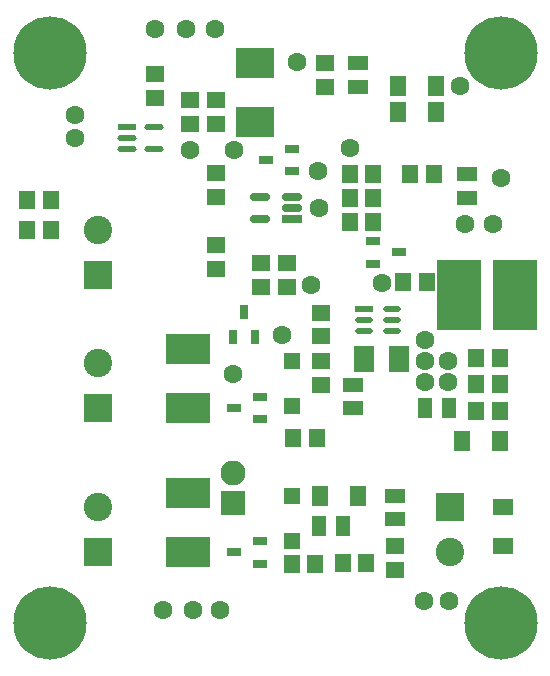
<source format=gts>
G04*
G04 #@! TF.GenerationSoftware,Altium Limited,Altium Designer,24.10.1 (45)*
G04*
G04 Layer_Color=8388736*
%FSLAX24Y24*%
%MOIN*%
G70*
G04*
G04 #@! TF.SameCoordinates,A2B8B827-00CD-4321-91CD-3D45FF0E1E4C*
G04*
G04*
G04 #@! TF.FilePolarity,Negative*
G04*
G01*
G75*
G04:AMPARAMS|DCode=22|XSize=60.6mil|YSize=19.7mil|CornerRadius=9.8mil|HoleSize=0mil|Usage=FLASHONLY|Rotation=0.000|XOffset=0mil|YOffset=0mil|HoleType=Round|Shape=RoundedRectangle|*
%AMROUNDEDRECTD22*
21,1,0.0606,0.0000,0,0,0.0*
21,1,0.0409,0.0197,0,0,0.0*
1,1,0.0197,0.0205,0.0000*
1,1,0.0197,-0.0205,0.0000*
1,1,0.0197,-0.0205,0.0000*
1,1,0.0197,0.0205,0.0000*
%
%ADD22ROUNDEDRECTD22*%
%ADD23R,0.0606X0.0197*%
%ADD24R,0.0645X0.0197*%
G04:AMPARAMS|DCode=25|XSize=64.5mil|YSize=19.7mil|CornerRadius=9.8mil|HoleSize=0mil|Usage=FLASHONLY|Rotation=0.000|XOffset=0mil|YOffset=0mil|HoleType=Round|Shape=RoundedRectangle|*
%AMROUNDEDRECTD25*
21,1,0.0645,0.0000,0,0,0.0*
21,1,0.0448,0.0197,0,0,0.0*
1,1,0.0197,0.0224,0.0000*
1,1,0.0197,-0.0224,0.0000*
1,1,0.0197,-0.0224,0.0000*
1,1,0.0197,0.0224,0.0000*
%
%ADD25ROUNDEDRECTD25*%
%ADD41R,0.0671X0.0474*%
%ADD42R,0.0474X0.0671*%
%ADD43R,0.0552X0.0671*%
%ADD44R,0.0671X0.0552*%
%ADD45R,0.1260X0.0984*%
%ADD46R,0.1457X0.0984*%
%ADD47R,0.0474X0.0316*%
%ADD48R,0.0316X0.0474*%
G04:AMPARAMS|DCode=49|XSize=68.6mil|YSize=27.7mil|CornerRadius=13.8mil|HoleSize=0mil|Usage=FLASHONLY|Rotation=180.000|XOffset=0mil|YOffset=0mil|HoleType=Round|Shape=RoundedRectangle|*
%AMROUNDEDRECTD49*
21,1,0.0686,0.0000,0,0,180.0*
21,1,0.0409,0.0277,0,0,180.0*
1,1,0.0277,-0.0205,0.0000*
1,1,0.0277,0.0205,0.0000*
1,1,0.0277,0.0205,0.0000*
1,1,0.0277,-0.0205,0.0000*
%
%ADD49ROUNDEDRECTD49*%
%ADD50R,0.0686X0.0277*%
%ADD51R,0.0560X0.0552*%
%ADD52R,0.1458X0.2324*%
%ADD53R,0.0631X0.0552*%
%ADD54R,0.0552X0.0631*%
%ADD55R,0.0710X0.0867*%
%ADD56R,0.0552X0.0631*%
%ADD57R,0.0631X0.0552*%
%ADD58C,0.0946*%
%ADD59R,0.0946X0.0946*%
%ADD60R,0.0828X0.0828*%
%ADD61C,0.0828*%
%ADD62C,0.2442*%
%ADD63C,0.0631*%
D22*
X12762Y11949D02*
D03*
Y11575D02*
D03*
Y11201D02*
D03*
X11805D02*
D03*
Y11575D02*
D03*
D23*
Y11949D02*
D03*
D24*
X3911Y18012D02*
D03*
D25*
Y17638D02*
D03*
Y17264D02*
D03*
X4829D02*
D03*
Y18012D02*
D03*
D41*
X11457Y8622D02*
D03*
Y9409D02*
D03*
X11614Y19331D02*
D03*
Y20118D02*
D03*
X12835Y4921D02*
D03*
Y5709D02*
D03*
X15236Y15630D02*
D03*
Y16417D02*
D03*
D42*
X11102Y4685D02*
D03*
X10315D02*
D03*
X13858Y8622D02*
D03*
X14646D02*
D03*
D43*
X12939Y18504D02*
D03*
X14226D02*
D03*
X12939Y19370D02*
D03*
X14226D02*
D03*
X15065Y7520D02*
D03*
X16352D02*
D03*
X11628Y5709D02*
D03*
X10341D02*
D03*
D44*
X16457Y5329D02*
D03*
Y4041D02*
D03*
D45*
X8189Y18150D02*
D03*
Y20118D02*
D03*
D46*
X5945Y8622D02*
D03*
Y10591D02*
D03*
Y3819D02*
D03*
Y5787D02*
D03*
D47*
X8343Y8252D02*
D03*
Y8992D02*
D03*
X7483Y8622D02*
D03*
X12129Y14189D02*
D03*
Y13449D02*
D03*
X12989Y13819D02*
D03*
X8343Y3449D02*
D03*
Y4189D02*
D03*
X7483Y3819D02*
D03*
X9409Y16535D02*
D03*
Y17275D02*
D03*
X8549Y16905D02*
D03*
D48*
X7441Y10984D02*
D03*
X8181D02*
D03*
X7811Y11844D02*
D03*
D49*
X8354Y14921D02*
D03*
Y15669D02*
D03*
X9409D02*
D03*
Y15295D02*
D03*
D50*
Y14921D02*
D03*
D51*
Y8699D02*
D03*
Y10199D02*
D03*
Y4209D02*
D03*
Y5709D02*
D03*
D52*
X16831Y12402D02*
D03*
X14980D02*
D03*
D53*
X10394Y11024D02*
D03*
Y11811D02*
D03*
Y9409D02*
D03*
Y10197D02*
D03*
X4843Y18976D02*
D03*
Y19764D02*
D03*
X10512Y20118D02*
D03*
Y19331D02*
D03*
X6890Y13268D02*
D03*
Y14055D02*
D03*
X9252Y13465D02*
D03*
Y12677D02*
D03*
X6890Y15669D02*
D03*
Y16457D02*
D03*
X12835Y4016D02*
D03*
Y3228D02*
D03*
D54*
X10236Y7638D02*
D03*
X9449D02*
D03*
X12126Y14843D02*
D03*
X11339D02*
D03*
X14134Y16417D02*
D03*
X13346D02*
D03*
X11339Y15630D02*
D03*
X12126D02*
D03*
Y16417D02*
D03*
X11339D02*
D03*
X11102Y3465D02*
D03*
X11890D02*
D03*
X10197Y3449D02*
D03*
X9409D02*
D03*
X16339Y8543D02*
D03*
X15551D02*
D03*
D55*
X12992Y10276D02*
D03*
X11811D02*
D03*
D56*
X13898Y12835D02*
D03*
X13110D02*
D03*
X16339Y9449D02*
D03*
X15551D02*
D03*
X16339Y10315D02*
D03*
X15551D02*
D03*
X1378Y14567D02*
D03*
X591D02*
D03*
X1378Y15551D02*
D03*
X591D02*
D03*
D57*
X6024Y18110D02*
D03*
Y18898D02*
D03*
X6890Y18110D02*
D03*
Y18898D02*
D03*
X8386Y13465D02*
D03*
Y12677D02*
D03*
D58*
X2953Y10122D02*
D03*
Y14571D02*
D03*
X14685Y3819D02*
D03*
X2953Y5319D02*
D03*
D59*
Y8622D02*
D03*
Y13071D02*
D03*
X14685Y5319D02*
D03*
X2953Y3819D02*
D03*
D60*
X7441Y5472D02*
D03*
D61*
Y6472D02*
D03*
D62*
X16378Y20472D02*
D03*
Y1457D02*
D03*
X1339Y20472D02*
D03*
Y1457D02*
D03*
D63*
X7008Y1890D02*
D03*
X6102D02*
D03*
X5118D02*
D03*
X12402Y12795D02*
D03*
X7480Y17244D02*
D03*
X6850Y21260D02*
D03*
X5866D02*
D03*
X4843D02*
D03*
X11339Y17283D02*
D03*
X10276Y16535D02*
D03*
X15000Y19370D02*
D03*
X15197Y14764D02*
D03*
X16102D02*
D03*
X16378Y16299D02*
D03*
X9094Y11063D02*
D03*
X13819Y2205D02*
D03*
X13858Y10906D02*
D03*
X14646Y2205D02*
D03*
X9567Y20157D02*
D03*
X2165Y18386D02*
D03*
X2165Y17638D02*
D03*
X6024Y17244D02*
D03*
X10039Y12717D02*
D03*
X10315Y15315D02*
D03*
X7441Y9764D02*
D03*
X14606Y10197D02*
D03*
X13858Y9488D02*
D03*
X14606D02*
D03*
X13858Y10197D02*
D03*
M02*

</source>
